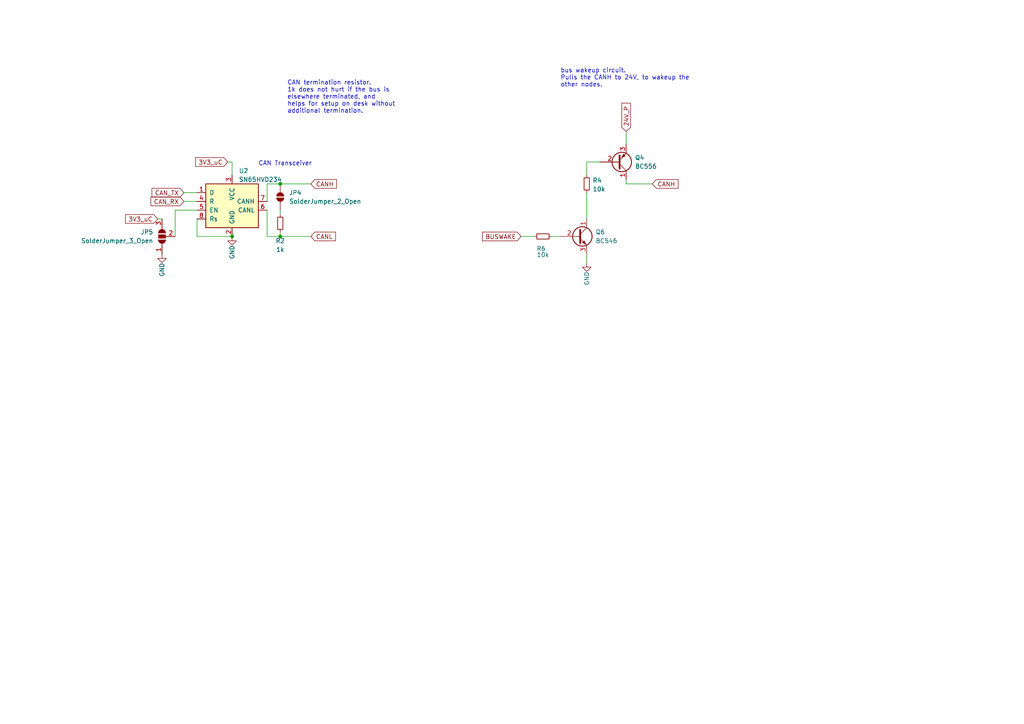
<source format=kicad_sch>
(kicad_sch (version 20231120) (generator "eeschema") (generator_version "8.0")
  (paper "A4")
  (lib_symbols
    (symbol "Device:R_Small" (pin_numbers hide) (pin_names (offset 0.254) hide)
      (property "Reference" "R" (at 0.762 0.508 0))
      (property "Value" "R_Small" (at 0.762 -1.016 0))
      (symbol "R_Small_0_1"
        (rectangle (start -0.762 1.778) (end 0.762 -1.778) (stroke (width 0.2032)))
      )
      (symbol "R_Small_1_1"
        (pin passive line (at 0 2.54 270) (length 0.762) (name "~") (number "1"))
        (pin passive line (at 0 -2.54 90) (length 0.762) (name "~") (number "2"))
      )
    )
    (symbol "Interface_CAN_LIN:SN65HVD234" (pin_names (offset 1.016))
      (property "Reference" "U" (at -2.54 10.16 0))
      (property "Value" "SN65HVD234" (at -2.54 7.62 0))
      (symbol "SN65HVD234_0_1"
        (rectangle (start -7.62 5.08) (end 7.62 -7.62) (stroke (width 0.254)) (fill (type background)))
      )
      (symbol "SN65HVD234_1_1"
        (pin input line (at -10.16 2.54 0) (length 2.54) (name "D") (number "1"))
        (pin power_in line (at 0 -10.16 90) (length 2.54) (name "GND") (number "2"))
        (pin power_in line (at 0 7.62 270) (length 2.54) (name "VCC") (number "3"))
        (pin output line (at -10.16 0 0) (length 2.54) (name "R") (number "4"))
        (pin input line (at -10.16 -2.54 0) (length 2.54) (name "EN") (number "5"))
        (pin bidirectional line (at 10.16 -2.54 180) (length 2.54) (name "CANL") (number "6"))
        (pin bidirectional line (at 10.16 0 180) (length 2.54) (name "CANH") (number "7"))
        (pin input line (at -10.16 -5.08 0) (length 2.54) (name "Rs") (number "8"))
      )
    )
    (symbol "Jumper:SolderJumper_2_Open" (pin_numbers hide) (pin_names (offset 0) hide) (exclude_from_sim yes) (in_bom no)
      (property "Reference" "JP" (at 0 2.032 0))
      (property "Value" "SolderJumper_2_Open" (at 0 -2.54 0))
      (symbol "SolderJumper_2_Open_0_1"
        (arc (start -0.254 1.016) (mid -1.2656 0) (end -0.254 -1.016))
        (arc (start -0.254 1.016) (mid -1.2656 0) (end -0.254 -1.016) (fill (type outline)))
        (polyline (pts (xy -0.254 1.016) (xy -0.254 -1.016)))
        (polyline (pts (xy 0.254 1.016) (xy 0.254 -1.016)))
        (arc (start 0.254 -1.016) (mid 1.2656 0) (end 0.254 1.016))
        (arc (start 0.254 -1.016) (mid 1.2656 0) (end 0.254 1.016) (fill (type outline)))
      )
      (symbol "SolderJumper_2_Open_1_1"
        (pin passive line (at -3.81 0 0) (length 2.54) (name "A") (number "1"))
        (pin passive line (at 3.81 0 180) (length 2.54) (name "B") (number "2"))
      )
    )
    (symbol "Jumper:SolderJumper_3_Open" (pin_names (offset 0) hide) (exclude_from_sim yes) (in_bom no)
      (property "Reference" "JP" (at -2.54 -2.54 0))
      (property "Value" "SolderJumper_3_Open" (at 0 2.794 0))
      (symbol "SolderJumper_3_Open_0_1"
        (arc (start -1.016 1.016) (mid -2.0276 0) (end -1.016 -1.016))
        (arc (start -1.016 1.016) (mid -2.0276 0) (end -1.016 -1.016) (fill (type outline)))
        (rectangle (start -0.508 1.016) (end 0.508 -1.016) (fill (type outline)))
        (polyline (pts (xy -2.54 0) (xy -2.032 0)))
        (polyline (pts (xy -1.016 1.016) (xy -1.016 -1.016)))
        (polyline (pts (xy 0 -1.27) (xy 0 -1.016)))
        (polyline (pts (xy 1.016 1.016) (xy 1.016 -1.016)))
        (polyline (pts (xy 2.54 0) (xy 2.032 0)))
        (arc (start 1.016 -1.016) (mid 2.0276 0) (end 1.016 1.016))
        (arc (start 1.016 -1.016) (mid 2.0276 0) (end 1.016 1.016) (fill (type outline)))
      )
      (symbol "SolderJumper_3_Open_1_1"
        (pin passive line (at -5.08 0 0) (length 2.54) (name "A") (number "1"))
        (pin passive line (at 0 -3.81 90) (length 2.54) (name "C") (number "2"))
        (pin passive line (at 5.08 0 180) (length 2.54) (name "B") (number "3"))
      )
    )
    (symbol "Transistor_BJT:BC546" (pin_names (offset 0) hide)
      (property "Reference" "Q" (at 5.08 1.905 0))
      (property "Value" "BC546" (at 5.08 0 0))
      (symbol "BC546_0_1"
        (polyline (pts (xy 0 0) (xy 0.635 0)))
        (polyline (pts (xy 0.635 0.635) (xy 2.54 2.54)))
        (polyline (pts (xy 0.635 -0.635) (xy 2.54 -2.54) (xy 2.54 -2.54)))
        (polyline (pts (xy 0.635 1.905) (xy 0.635 -1.905) (xy 0.635 -1.905)) (stroke (width 0.508)))
        (polyline (pts (xy 1.27 -1.778) (xy 1.778 -1.27) (xy 2.286 -2.286) (xy 1.27 -1.778) (xy 1.27 -1.778)) (fill (type outline)))
        (circle (center 1.27 0) (radius 2.8194) (stroke (width 0.254)))
      )
      (symbol "BC546_1_1"
        (pin passive line (at 2.54 5.08 270) (length 2.54) (name "C") (number "1"))
        (pin input line (at -5.08 0 0) (length 5.08) (name "B") (number "2"))
        (pin passive line (at 2.54 -5.08 90) (length 2.54) (name "E") (number "3"))
      )
    )
    (symbol "Transistor_BJT:BC556" (pin_names (offset 0) hide)
      (property "Reference" "Q" (at 5.08 1.905 0))
      (property "Value" "BC556" (at 5.08 0 0))
      (symbol "BC556_0_1"
        (polyline (pts (xy 0.635 0.635) (xy 2.54 2.54)))
        (polyline (pts (xy 0.635 -0.635) (xy 2.54 -2.54) (xy 2.54 -2.54)))
        (polyline (pts (xy 0.635 1.905) (xy 0.635 -1.905) (xy 0.635 -1.905)) (stroke (width 0.508)))
        (polyline (pts (xy 2.286 -1.778) (xy 1.778 -2.286) (xy 1.27 -1.27) (xy 2.286 -1.778) (xy 2.286 -1.778)) (fill (type outline)))
        (circle (center 1.27 0) (radius 2.8194) (stroke (width 0.254)))
      )
      (symbol "BC556_1_1"
        (pin passive line (at 2.54 5.08 270) (length 2.54) (name "C") (number "1"))
        (pin input line (at -5.08 0 0) (length 5.715) (name "B") (number "2"))
        (pin passive line (at 2.54 -5.08 90) (length 2.54) (name "E") (number "3"))
      )
    )
    (symbol "power:GND" (power) (pin_names (offset 0))
      (property "Value" "GND" (at 0 -3.81 0))
      (symbol "GND_0_1"
        (polyline (pts (xy 0 0) (xy 0 -1.27) (xy 1.27 -1.27) (xy 0 -2.54) (xy -1.27 -1.27) (xy 0 -1.27)))
      )
      (symbol "GND_1_1"
        (pin power_in line (at 0 0 270) (length 0) hide (name "GND") (number "1"))
      )
    )
  )
  (junction (at 81.28 53.34))
  (junction (at 81.28 68.58))
  (junction (at 67.31 68.58))
  (wire (pts (xy 81.28 68.58) (xy 90.17 68.58)))
  (wire (pts (xy 81.28 53.34) (xy 90.17 53.34)))
  (wire (pts (xy 181.61 53.34) (xy 181.61 52.07)))
  (wire (pts (xy 77.47 68.58) (xy 77.47 60.96)))
  (wire (pts (xy 77.47 58.42) (xy 77.47 53.34)))
  (wire (pts (xy 77.47 53.34) (xy 81.28 53.34)))
  (wire (pts (xy 160.02 68.58) (xy 162.56 68.58)))
  (wire (pts (xy 151.13 68.58) (xy 154.94 68.58)))
  (wire (pts (xy 53.34 58.42) (xy 57.15 58.42)))
  (wire (pts (xy 81.28 60.96) (xy 81.28 62.23)))
  (wire (pts (xy 53.34 55.88) (xy 57.15 55.88)))
  (wire (pts (xy 57.15 68.58) (xy 67.31 68.58)))
  (wire (pts (xy 67.31 46.99) (xy 67.31 50.8)))
  (wire (pts (xy 57.15 63.5) (xy 57.15 68.58)))
  (wire (pts (xy 170.18 46.99) (xy 170.18 50.8)))
  (wire (pts (xy 81.28 67.31) (xy 81.28 68.58)))
  (wire (pts (xy 170.18 55.88) (xy 170.18 63.5)))
  (wire (pts (xy 181.61 38.1) (xy 181.61 41.91)))
  (wire (pts (xy 50.8 60.96) (xy 57.15 60.96)))
  (wire (pts (xy 173.99 46.99) (xy 170.18 46.99)))
  (wire (pts (xy 67.31 46.99) (xy 66.04 46.99)))
  (wire (pts (xy 189.23 53.34) (xy 181.61 53.34)))
  (wire (pts (xy 77.47 68.58) (xy 81.28 68.58)))
  (wire (pts (xy 170.18 73.66) (xy 170.18 76.2)))
  (wire (pts (xy 50.8 68.58) (xy 50.8 60.96)))
  (wire (pts (xy 45.72 63.5) (xy 46.99 63.5)))
  (text "CAN Transceiver" (at 74.93 48.26 0) (effects (font (size 1.27 1.27)) (justify left bottom)))
  (text "bus wakeup circuit.\nPulls the CANH to 24V, to wakeup the\nother nodes." (at 162.56 25.4 0) (effects (font (size 1.27 1.27)) (justify left bottom)))
  (text "CAN termination resistor.\n1k does not hurt if the bus is\nelsewhere terminated, and\nhelps for setup on desk without\nadditional termination." (at 83.312 33.02 0) (effects (font (size 1.27 1.27)) (justify left bottom)))
  (global_label "BUSWAKE" (shape input) (at 151.13 68.58 180) (property "Intersheetrefs" "${INTERSHEET_REFS}" (effects (hide yes))))
  (global_label "3V3_uC" (shape input) (at 45.72 63.5 180) (property "Intersheetrefs" "${INTERSHEET_REFS}" (effects (hide yes))))
  (global_label "CAN_RX" (shape input) (at 53.34 58.42 180) (property "Intersheetrefs" "${INTERSHEET_REFS}" (effects (hide yes))))
  (global_label "24V_P" (shape input) (at 181.61 38.1 90) (property "Intersheetrefs" "${INTERSHEET_REFS}" (effects (hide yes))))
  (global_label "CANH" (shape input) (at 90.17 53.34 0) (property "Intersheetrefs" "${INTERSHEET_REFS}" (effects (hide yes))))
  (global_label "CANL" (shape input) (at 90.17 68.58 0) (property "Intersheetrefs" "${INTERSHEET_REFS}" (effects (hide yes))))
  (global_label "CANH" (shape input) (at 189.23 53.34 0) (property "Intersheetrefs" "${INTERSHEET_REFS}" (effects (hide yes))))
  (global_label "CAN_TX" (shape input) (at 53.34 55.88 180) (property "Intersheetrefs" "${INTERSHEET_REFS}" (effects (hide yes))))
  (global_label "3V3_uC" (shape input) (at 66.04 46.99 180) (property "Intersheetrefs" "${INTERSHEET_REFS}" (effects (hide yes))))
  (symbol (lib_id "Transistor_BJT:BC546") (at 167.64 68.58 0) (unit 1)
    (property "Reference" "Q6" (at 172.72 67.3099 0) (effects (justify left)))
    (property "Value" "BC546" (at 172.72 69.8499 0) (effects (justify left)))
    (property "Footprint" "Package_TO_SOT_THT:TO-92_Inline" (effects (hide yes)))
    (property "Datasheet" "https://www.onsemi.com/pub/Collateral/BC550-D.pdf" (effects (hide yes)))
    (property "Description" "0.1A Ic, 65V Vce, Small Signal NPN Transistor, TO-92" (effects (hide yes)))
  )
  (symbol (lib_id "Device:R_Small") (at 157.48 68.58 270) (unit 1)
    (property "Reference" "R6" (at 156.972 72.136 90))
    (property "Value" "10k" (at 157.48 73.914 90))
    (property "Footprint" "Resistor_SMD:R_1206_3216Metric_Pad1.30x1.75mm_HandSolder" (effects (hide yes)))
    (property "Datasheet" "https://datasheet.lcsc.com/lcsc/1811101920_UNI-ROYAL-Uniroyal-Elec-0603WAF3301T5E_C22978.pdf" (effects (hide yes)))
    (property "LCSC" "C22978" (effects (hide yes)))
  )
  (symbol (lib_id "Jumper:SolderJumper_3_Open") (at 46.99 68.58 90) (unit 1) (exclude_from_sim yes) (in_bom no)
    (property "Reference" "JP5" (at 44.45 67.3099 90) (effects (justify left)))
    (property "Value" "SolderJumper_3_Open" (at 44.45 69.8499 90) (effects (justify left)))
    (property "Footprint" "Jumper:SolderJumper-3_P1.3mm_Open_Pad1.0x1.5mm_NumberLabels" (effects (hide yes)))
    (property "Description" "Solder Jumper, 3-pole, open" (effects (hide yes)))
  )
  (symbol (lib_id "Interface_CAN_LIN:SN65HVD234") (at 67.31 58.42 0) (unit 1)
    (property "Reference" "U2" (at 69.2659 49.53 0) (effects (justify left)))
    (property "Value" "SN65HVD234" (at 69.2659 52.07 0) (effects (justify left)))
    (property "Footprint" "Package_SO:SOIC-8_3.9x4.9mm_P1.27mm" (effects (hide yes)))
    (property "Datasheet" "http://www.ti.com/lit/ds/symlink/sn65hvd234.pdf" (effects (hide yes)))
  )
  (symbol (lib_id "Transistor_BJT:BC556") (at 179.07 46.99 0) (mirror x) (unit 1)
    (property "Reference" "Q4" (at 184.15 45.7199 0) (effects (justify left)))
    (property "Value" "BC556" (at 184.15 48.2599 0) (effects (justify left)))
    (property "Footprint" "Package_TO_SOT_THT:TO-92_Inline" (effects (hide yes)))
    (property "Datasheet" "https://www.onsemi.com/pub/Collateral/BC556BTA-D.pdf" (effects (hide yes)))
    (property "Description" "0.1A Ic, 65V Vce, PNP Small Signal Transistor, TO-92" (effects (hide yes)))
  )
  (symbol (lib_id "Jumper:SolderJumper_2_Open") (at 81.28 57.15 90) (unit 1) (exclude_from_sim yes) (in_bom no)
    (property "Reference" "JP4" (at 83.82 55.8799 90) (effects (justify right)))
    (property "Value" "SolderJumper_2_Open" (at 83.82 58.4199 90) (effects (justify right)))
    (property "Footprint" "Jumper:SolderJumper-2_P1.3mm_Open_TrianglePad1.0x1.5mm" (effects (hide yes)))
    (property "Description" "Solder Jumper, 2-pole, open" (effects (hide yes)))
  )
  (symbol (lib_id "power:GND") (at 67.31 68.58 0) (unit 1)
    (property "Reference" "#PWR06" (effects (hide yes)))
    (property "Value" "GND" (at 67.31 71.12 90) (effects (justify right)))
  )
  (symbol (lib_id "power:GND") (at 46.99 73.66 0) (unit 1)
    (property "Reference" "#PWR07" (effects (hide yes)))
    (property "Value" "GND" (at 46.99 76.2 90) (effects (justify right)))
  )
  (symbol (lib_id "power:GND") (at 170.18 76.2 0) (unit 1)
    (property "Reference" "#PWR09" (effects (hide yes)))
    (property "Value" "GND" (at 170.18 78.74 90) (effects (justify right)))
  )
  (symbol (lib_id "Device:R_Small") (at 81.28 64.77 180) (unit 1)
    (property "Reference" "R2" (at 81.28 69.85 0))
    (property "Value" "1k" (at 81.28 72.39 0))
    (property "Footprint" "Resistor_SMD:R_1206_3216Metric_Pad1.30x1.75mm_HandSolder" (effects (hide yes)))
    (property "Datasheet" "https://datasheet.lcsc.com/lcsc/1811101920_UNI-ROYAL-Uniroyal-Elec-0603WAF3301T5E_C22978.pdf" (effects (hide yes)))
    (property "LCSC" "C22978" (effects (hide yes)))
  )
  (symbol (lib_id "Device:R_Small") (at 170.18 53.34 180) (unit 1)
    (property "Reference" "R4" (at 173.228 52.324 0))
    (property "Value" "10k" (at 173.736 54.864 0))
    (property "Footprint" "Resistor_SMD:R_1206_3216Metric_Pad1.30x1.75mm_HandSolder" (effects (hide yes)))
    (property "Datasheet" "https://datasheet.lcsc.com/lcsc/1811101920_UNI-ROYAL-Uniroyal-Elec-0603WAF3301T5E_C22978.pdf" (effects (hide yes)))
    (property "LCSC" "C22978" (effects (hide yes)))
  )
)
</source>
